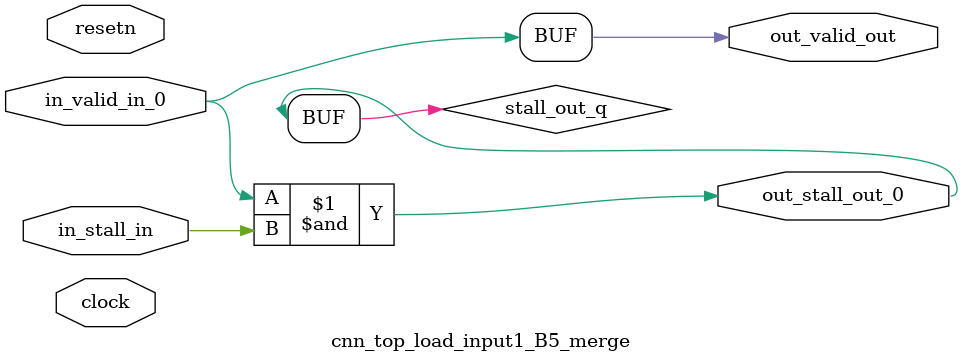
<source format=sv>



(* altera_attribute = "-name AUTO_SHIFT_REGISTER_RECOGNITION OFF; -name MESSAGE_DISABLE 10036; -name MESSAGE_DISABLE 10037; -name MESSAGE_DISABLE 14130; -name MESSAGE_DISABLE 14320; -name MESSAGE_DISABLE 15400; -name MESSAGE_DISABLE 14130; -name MESSAGE_DISABLE 10036; -name MESSAGE_DISABLE 12020; -name MESSAGE_DISABLE 12030; -name MESSAGE_DISABLE 12010; -name MESSAGE_DISABLE 12110; -name MESSAGE_DISABLE 14320; -name MESSAGE_DISABLE 13410; -name MESSAGE_DISABLE 113007; -name MESSAGE_DISABLE 10958" *)
module cnn_top_load_input1_B5_merge (
    input wire [0:0] in_stall_in,
    input wire [0:0] in_valid_in_0,
    output wire [0:0] out_stall_out_0,
    output wire [0:0] out_valid_out,
    input wire clock,
    input wire resetn
    );

    wire [0:0] stall_out_q;


    // stall_out(LOGICAL,6)
    assign stall_out_q = in_valid_in_0 & in_stall_in;

    // out_stall_out_0(GPOUT,4)
    assign out_stall_out_0 = stall_out_q;

    // out_valid_out(GPOUT,5)
    assign out_valid_out = in_valid_in_0;

endmodule

</source>
